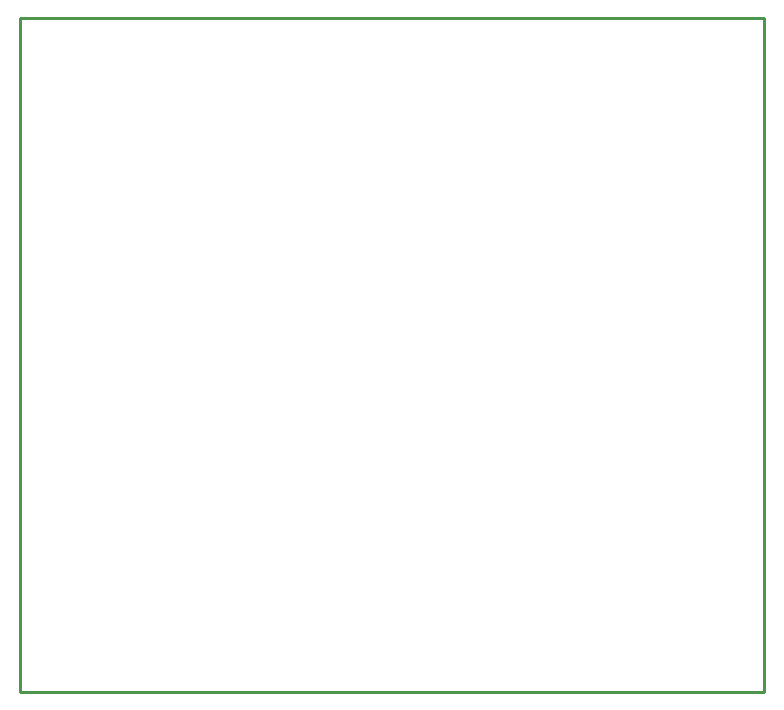
<source format=gbr>
G04 This is an RS-274x file exported by *
G04 gerbv version 2.3.0 *
G04 More information is available about gerbv at *
G04 http://gerbv.sourceforge.net/ *
G04 --End of header info--*
%MOIN*%
%FSLAX23Y23*%
%IPPOS*%
G04 --Define apertures--*
%ADD10C,0.0100*%
%ADD11R,0.0080X0.0080*%
%ADD12C,0.0060*%
G04 --Start main section--*
G01X01657Y00824D02*
G01X01644Y00832D01*
G01X02171Y01298D02*
G01X02171Y01282D01*
G01X02171Y01298D02*
G01X02185Y01306D01*
G01X02171Y01298D02*
G01X02157Y01306D01*
G01X00998Y01630D02*
G01X00998Y01614D01*
G01X00998Y01630D02*
G01X01012Y01638D01*
G01X00998Y01630D02*
G01X00985Y01638D01*
G01X00730Y01780D02*
G01X00730Y01764D01*
G01X00730Y01780D02*
G01X00744Y01788D01*
G01X00730Y01780D02*
G01X00716Y01788D01*
G01X01329Y01242D02*
G01X01329Y01226D01*
G01X01329Y01242D02*
G01X01343Y01250D01*
G01X01329Y01242D02*
G01X01315Y01250D01*
G01X01654Y01244D02*
G01X01654Y01228D01*
G01X01654Y01244D02*
G01X01668Y01252D01*
G01X01654Y01244D02*
G01X01640Y01252D01*
G01X01110Y01078D02*
G01X01110Y01062D01*
G01X01110Y01078D02*
G01X01124Y01086D01*
G01X01110Y01078D02*
G01X01096Y01086D01*
G01X01202Y01215D02*
G01X01202Y01199D01*
G01X01202Y01215D02*
G01X01216Y01223D01*
G01X01202Y01215D02*
G01X01188Y01223D01*
G01X01114Y01347D02*
G01X01114Y01331D01*
G01X01114Y01347D02*
G01X01128Y01355D01*
G01X01114Y01347D02*
G01X01100Y01355D01*
G01X01420Y01102D02*
G01X01420Y01086D01*
G01X01420Y01102D02*
G01X01434Y01110D01*
G01X01420Y01102D02*
G01X01407Y01110D01*
G01X01567Y01362D02*
G01X01567Y01346D01*
G01X01567Y01362D02*
G01X01581Y01370D01*
G01X01567Y01362D02*
G01X01553Y01370D01*
G01X01705Y01456D02*
G01X01705Y01440D01*
G01X01705Y01456D02*
G01X01719Y01464D01*
G01X01705Y01456D02*
G01X01691Y01464D01*
G01X01714Y01324D02*
G01X01714Y01308D01*
G01X01714Y01324D02*
G01X01728Y01332D01*
G01X01714Y01324D02*
G01X01700Y01332D01*
G01X01427Y00961D02*
G01X01427Y00945D01*
G01X01427Y00961D02*
G01X01441Y00969D01*
G01X01427Y00961D02*
G01X01413Y00969D01*
G01X01133Y00964D02*
G01X01133Y00948D01*
G01X01133Y00964D02*
G01X01147Y00972D01*
G01X01133Y00964D02*
G01X01119Y00972D01*
G01X01030Y01099D02*
G01X01030Y01083D01*
G01X01030Y01099D02*
G01X01044Y01107D01*
G01X01030Y01099D02*
G01X01016Y01107D01*
G01X01136Y01248D02*
G01X01136Y01232D01*
G01X01136Y01248D02*
G01X01150Y01256D01*
G01X01136Y01248D02*
G01X01122Y01256D01*
G01X01940Y01319D02*
G01X01940Y01303D01*
G01X01940Y01319D02*
G01X01954Y01327D01*
G01X01940Y01319D02*
G01X01926Y01327D01*
G01X01859Y00690D02*
G01X01859Y00674D01*
G01X01859Y00690D02*
G01X01873Y00698D01*
G01X01859Y00690D02*
G01X01846Y00698D01*
G01X00150Y03557D02*
G01X00150Y03541D01*
G01X00150Y03557D02*
G01X00164Y03565D01*
G01X00150Y03557D02*
G01X00136Y03565D01*
G01X01350Y03579D02*
G01X01350Y03572D01*
G01X01350Y03572D02*
G01X01365Y03557D01*
G01X01365Y03557D02*
G01X01380Y03572D01*
G01X01380Y03579D02*
G01X01380Y03572D01*
G01X01365Y03557D02*
G01X01365Y03519D01*
G01X01398Y03549D02*
G01X01421Y03549D01*
G01X01398Y03519D02*
G01X01428Y03519D01*
G01X01398Y03579D02*
G01X01398Y03519D01*
G01X01398Y03579D02*
G01X01428Y03579D01*
G01X01476Y03579D02*
G01X01484Y03572D01*
G01X01454Y03579D02*
G01X01476Y03579D01*
G01X01446Y03572D02*
G01X01454Y03579D01*
G01X01446Y03572D02*
G01X01446Y03557D01*
G01X01446Y03557D02*
G01X01454Y03549D01*
G01X01454Y03549D02*
G01X01476Y03549D01*
G01X01476Y03549D02*
G01X01484Y03542D01*
G01X01484Y03542D02*
G01X01484Y03527D01*
G01X01476Y03519D02*
G01X01484Y03527D01*
G01X01454Y03519D02*
G01X01476Y03519D01*
G01X01446Y03527D02*
G01X01454Y03519D01*
G01X01350Y03487D02*
G01X01502Y03487D01*
G01X00980Y03579D02*
G01X01010Y03579D01*
G01X00980Y03579D02*
G01X00980Y03549D01*
G01X00980Y03549D02*
G01X00988Y03557D01*
G01X00988Y03557D02*
G01X01003Y03557D01*
G01X01003Y03557D02*
G01X01010Y03549D01*
G01X01010Y03549D02*
G01X01010Y03527D01*
G01X01003Y03519D02*
G01X01010Y03527D01*
G01X00988Y03519D02*
G01X01003Y03519D01*
G01X00980Y03527D02*
G01X00988Y03519D01*
G01X01028Y03519D02*
G01X01066Y03557D01*
G01X01066Y03579D02*
G01X01066Y03557D01*
G01X01028Y03579D02*
G01X01066Y03579D01*
G01X00980Y03487D02*
G01X01084Y03487D01*
G01X00450Y03527D02*
G01X00458Y03519D01*
G01X00450Y03572D02*
G01X00450Y03527D01*
G01X00450Y03572D02*
G01X00458Y03579D01*
G01X00458Y03579D02*
G01X00473Y03579D01*
G01X00473Y03579D02*
G01X00480Y03572D01*
G01X00480Y03572D02*
G01X00480Y03527D01*
G01X00473Y03519D02*
G01X00480Y03527D01*
G01X00458Y03519D02*
G01X00473Y03519D01*
G01X00450Y03534D02*
G01X00480Y03564D01*
G01X00498Y03519D02*
G01X00506Y03519D01*
G01X00524Y03527D02*
G01X00531Y03519D01*
G01X00524Y03572D02*
G01X00524Y03527D01*
G01X00524Y03572D02*
G01X00531Y03579D01*
G01X00531Y03579D02*
G01X00546Y03579D01*
G01X00546Y03579D02*
G01X00554Y03572D01*
G01X00554Y03572D02*
G01X00554Y03527D01*
G01X00546Y03519D02*
G01X00554Y03527D01*
G01X00531Y03519D02*
G01X00546Y03519D01*
G01X00524Y03534D02*
G01X00554Y03564D01*
G01X00572Y03572D02*
G01X00579Y03579D01*
G01X00579Y03579D02*
G01X00602Y03579D01*
G01X00602Y03579D02*
G01X00609Y03572D01*
G01X00609Y03572D02*
G01X00609Y03557D01*
G01X00572Y03519D02*
G01X00609Y03557D01*
G01X00572Y03519D02*
G01X00609Y03519D01*
G01X00627Y03527D02*
G01X00635Y03519D01*
G01X00627Y03572D02*
G01X00627Y03527D01*
G01X00627Y03572D02*
G01X00635Y03579D01*
G01X00635Y03579D02*
G01X00650Y03579D01*
G01X00650Y03579D02*
G01X00657Y03572D01*
G01X00657Y03572D02*
G01X00657Y03527D01*
G01X00650Y03519D02*
G01X00657Y03527D01*
G01X00635Y03519D02*
G01X00650Y03519D01*
G01X00627Y03534D02*
G01X00657Y03564D01*
G01X00450Y03487D02*
G01X00675Y03487D01*
G01X00030Y03729D02*
G01X00038Y03722D01*
G01X00008Y03729D02*
G01X00030Y03729D01*
G01X00000Y03722D02*
G01X00008Y03729D01*
G01X00000Y03722D02*
G01X00000Y03707D01*
G01X00000Y03707D02*
G01X00008Y03699D01*
G01X00008Y03699D02*
G01X00030Y03699D01*
G01X00030Y03699D02*
G01X00038Y03692D01*
G01X00038Y03692D02*
G01X00038Y03677D01*
G01X00030Y03669D02*
G01X00038Y03677D01*
G01X00008Y03669D02*
G01X00030Y03669D01*
G01X00000Y03677D02*
G01X00008Y03669D01*
G01X00056Y03699D02*
G01X00056Y03677D01*
G01X00056Y03677D02*
G01X00063Y03669D01*
G01X00086Y03699D02*
G01X00086Y03654D01*
G01X00078Y03647D02*
G01X00086Y03654D01*
G01X00063Y03647D02*
G01X00078Y03647D01*
G01X00056Y03654D02*
G01X00063Y03647D01*
G01X00063Y03669D02*
G01X00078Y03669D01*
G01X00078Y03669D02*
G01X00086Y03677D01*
G01X00111Y03692D02*
G01X00111Y03669D01*
G01X00111Y03692D02*
G01X00119Y03699D01*
G01X00119Y03699D02*
G01X00126Y03699D01*
G01X00126Y03699D02*
G01X00134Y03692D01*
G01X00134Y03692D02*
G01X00134Y03669D01*
G01X00134Y03692D02*
G01X00141Y03699D01*
G01X00141Y03699D02*
G01X00149Y03699D01*
G01X00149Y03699D02*
G01X00156Y03692D01*
G01X00156Y03692D02*
G01X00156Y03669D01*
G01X00104Y03699D02*
G01X00111Y03692D01*
G01X00174Y03729D02*
G01X00174Y03669D01*
G01X00174Y03677D02*
G01X00182Y03669D01*
G01X00182Y03669D02*
G01X00197Y03669D01*
G01X00197Y03669D02*
G01X00204Y03677D01*
G01X00204Y03692D02*
G01X00204Y03677D01*
G01X00197Y03699D02*
G01X00204Y03692D01*
G01X00182Y03699D02*
G01X00197Y03699D01*
G01X00174Y03692D02*
G01X00182Y03699D01*
G01X00222Y03692D02*
G01X00222Y03677D01*
G01X00222Y03692D02*
G01X00230Y03699D01*
G01X00230Y03699D02*
G01X00245Y03699D01*
G01X00245Y03699D02*
G01X00252Y03692D01*
G01X00252Y03692D02*
G01X00252Y03677D01*
G01X00245Y03669D02*
G01X00252Y03677D01*
G01X00230Y03669D02*
G01X00245Y03669D01*
G01X00222Y03677D02*
G01X00230Y03669D01*
G01X00270Y03729D02*
G01X00270Y03677D01*
G01X00270Y03677D02*
G01X00278Y03669D01*
G01X00418Y03729D02*
G01X00418Y03669D01*
G01X00440Y03729D02*
G01X00448Y03722D01*
G01X00448Y03722D02*
G01X00448Y03677D01*
G01X00440Y03669D02*
G01X00448Y03677D01*
G01X00410Y03669D02*
G01X00440Y03669D01*
G01X00410Y03729D02*
G01X00440Y03729D01*
G01X00466Y03714D02*
G01X00466Y03707D01*
G01X00466Y03692D02*
G01X00466Y03669D01*
G01X00503Y03699D02*
G01X00511Y03692D01*
G01X00488Y03699D02*
G01X00503Y03699D01*
G01X00481Y03692D02*
G01X00488Y03699D01*
G01X00481Y03692D02*
G01X00481Y03677D01*
G01X00481Y03677D02*
G01X00488Y03669D01*
G01X00511Y03699D02*
G01X00511Y03677D01*
G01X00511Y03677D02*
G01X00518Y03669D01*
G01X00488Y03669D02*
G01X00503Y03669D01*
G01X00503Y03669D02*
G01X00511Y03677D01*
G01X00544Y03692D02*
G01X00544Y03669D01*
G01X00544Y03692D02*
G01X00551Y03699D01*
G01X00551Y03699D02*
G01X00559Y03699D01*
G01X00559Y03699D02*
G01X00566Y03692D01*
G01X00566Y03692D02*
G01X00566Y03669D01*
G01X00566Y03692D02*
G01X00574Y03699D01*
G01X00574Y03699D02*
G01X00581Y03699D01*
G01X00581Y03699D02*
G01X00589Y03692D01*
G01X00589Y03692D02*
G01X00589Y03669D01*
G01X00536Y03699D02*
G01X00544Y03692D01*
G01X00607Y03669D02*
G01X00614Y03669D01*
G01X00659Y03677D02*
G01X00667Y03669D01*
G01X00659Y03722D02*
G01X00667Y03729D01*
G01X00659Y03722D02*
G01X00659Y03677D01*
G01X00685Y03729D02*
G01X00700Y03729D01*
G01X00692Y03729D02*
G01X00692Y03669D01*
G01X00685Y03669D02*
G01X00700Y03669D01*
G01X00725Y03692D02*
G01X00725Y03669D01*
G01X00725Y03692D02*
G01X00733Y03699D01*
G01X00733Y03699D02*
G01X00740Y03699D01*
G01X00740Y03699D02*
G01X00748Y03692D01*
G01X00748Y03692D02*
G01X00748Y03669D01*
G01X00718Y03699D02*
G01X00725Y03692D01*
G01X00773Y03699D02*
G01X00796Y03699D01*
G01X00766Y03692D02*
G01X00773Y03699D01*
G01X00766Y03692D02*
G01X00766Y03677D01*
G01X00766Y03677D02*
G01X00773Y03669D01*
G01X00773Y03669D02*
G01X00796Y03669D01*
G01X00814Y03729D02*
G01X00814Y03669D01*
G01X00814Y03692D02*
G01X00821Y03699D01*
G01X00821Y03699D02*
G01X00836Y03699D01*
G01X00836Y03699D02*
G01X00844Y03692D01*
G01X00844Y03692D02*
G01X00844Y03669D01*
G01X00862Y03729D02*
G01X00869Y03722D01*
G01X00869Y03722D02*
G01X00869Y03677D01*
G01X00862Y03669D02*
G01X00869Y03677D01*
G01X00958Y03669D02*
G01X00980Y03669D01*
G01X00950Y03677D02*
G01X00958Y03669D01*
G01X00950Y03722D02*
G01X00950Y03677D01*
G01X00950Y03722D02*
G01X00958Y03729D01*
G01X00958Y03729D02*
G01X00980Y03729D01*
G01X00998Y03692D02*
G01X00998Y03677D01*
G01X00998Y03692D02*
G01X01006Y03699D01*
G01X01006Y03699D02*
G01X01021Y03699D01*
G01X01021Y03699D02*
G01X01028Y03692D01*
G01X01028Y03692D02*
G01X01028Y03677D01*
G01X01021Y03669D02*
G01X01028Y03677D01*
G01X01006Y03669D02*
G01X01021Y03669D01*
G01X00998Y03677D02*
G01X01006Y03669D01*
G01X01046Y03699D02*
G01X01046Y03677D01*
G01X01046Y03677D02*
G01X01054Y03669D01*
G01X01054Y03669D02*
G01X01069Y03669D01*
G01X01069Y03669D02*
G01X01076Y03677D01*
G01X01076Y03699D02*
G01X01076Y03677D01*
G01X01102Y03692D02*
G01X01102Y03669D01*
G01X01102Y03692D02*
G01X01109Y03699D01*
G01X01109Y03699D02*
G01X01117Y03699D01*
G01X01117Y03699D02*
G01X01124Y03692D01*
G01X01124Y03692D02*
G01X01124Y03669D01*
G01X01094Y03699D02*
G01X01102Y03692D01*
G01X01150Y03729D02*
G01X01150Y03677D01*
G01X01150Y03677D02*
G01X01157Y03669D01*
G01X01142Y03707D02*
G01X01157Y03707D01*
G01X01308Y03729D02*
G01X01308Y03669D01*
G01X01300Y03729D02*
G01X01330Y03729D01*
G01X01330Y03729D02*
G01X01338Y03722D01*
G01X01338Y03722D02*
G01X01338Y03707D01*
G01X01330Y03699D02*
G01X01338Y03707D01*
G01X01308Y03699D02*
G01X01330Y03699D01*
G01X01356Y03729D02*
G01X01356Y03677D01*
G01X01356Y03677D02*
G01X01363Y03669D01*
G01X01401Y03699D02*
G01X01408Y03692D01*
G01X01386Y03699D02*
G01X01401Y03699D01*
G01X01378Y03692D02*
G01X01386Y03699D01*
G01X01378Y03692D02*
G01X01378Y03677D01*
G01X01378Y03677D02*
G01X01386Y03669D01*
G01X01408Y03699D02*
G01X01408Y03677D01*
G01X01408Y03677D02*
G01X01416Y03669D01*
G01X01386Y03669D02*
G01X01401Y03669D01*
G01X01401Y03669D02*
G01X01408Y03677D01*
G01X01441Y03729D02*
G01X01441Y03677D01*
G01X01441Y03677D02*
G01X01449Y03669D01*
G01X01434Y03707D02*
G01X01449Y03707D01*
G01X01471Y03669D02*
G01X01494Y03669D01*
G01X01464Y03677D02*
G01X01471Y03669D01*
G01X01464Y03692D02*
G01X01464Y03677D01*
G01X01464Y03692D02*
G01X01471Y03699D01*
G01X01471Y03699D02*
G01X01486Y03699D01*
G01X01486Y03699D02*
G01X01494Y03692D01*
G01X01464Y03684D02*
G01X01494Y03684D01*
G01X01494Y03692D02*
G01X01494Y03684D01*
G01X01542Y03729D02*
G01X01542Y03669D01*
G01X01534Y03669D02*
G01X01542Y03677D01*
G01X01519Y03669D02*
G01X01534Y03669D01*
G01X01512Y03677D02*
G01X01519Y03669D01*
G01X01512Y03692D02*
G01X01512Y03677D01*
G01X01512Y03692D02*
G01X01519Y03699D01*
G01X01519Y03699D02*
G01X01534Y03699D01*
G01X01534Y03699D02*
G01X01542Y03692D01*
G01X01575Y03699D02*
G01X01575Y03692D01*
G01X01575Y03677D02*
G01X01575Y03669D01*
G01X01560Y03722D02*
G01X01560Y03714D01*
G01X01560Y03722D02*
G01X01567Y03729D01*
G01X01567Y03729D02*
G01X01582Y03729D01*
G01X01582Y03729D02*
G01X01590Y03722D01*
G01X01590Y03722D02*
G01X01590Y03714D01*
G01X01575Y03699D02*
G01X01590Y03714D01*
G01X00000Y03879D02*
G01X00030Y03879D01*
G01X00015Y03879D02*
G01X00015Y03819D01*
G01X00048Y03879D02*
G01X00048Y03819D01*
G01X00048Y03842D02*
G01X00056Y03849D01*
G01X00056Y03849D02*
G01X00071Y03849D01*
G01X00071Y03849D02*
G01X00078Y03842D01*
G01X00078Y03842D02*
G01X00078Y03819D01*
G01X00104Y03819D02*
G01X00126Y03819D01*
G01X00096Y03827D02*
G01X00104Y03819D01*
G01X00096Y03842D02*
G01X00096Y03827D01*
G01X00096Y03842D02*
G01X00104Y03849D01*
G01X00104Y03849D02*
G01X00119Y03849D01*
G01X00119Y03849D02*
G01X00126Y03842D01*
G01X00096Y03834D02*
G01X00126Y03834D01*
G01X00126Y03842D02*
G01X00126Y03834D01*
G01X00152Y03842D02*
G01X00152Y03819D01*
G01X00152Y03842D02*
G01X00159Y03849D01*
G01X00159Y03849D02*
G01X00174Y03849D01*
G01X00144Y03849D02*
G01X00152Y03842D01*
G01X00200Y03819D02*
G01X00222Y03819D01*
G01X00192Y03827D02*
G01X00200Y03819D01*
G01X00192Y03842D02*
G01X00192Y03827D01*
G01X00192Y03842D02*
G01X00200Y03849D01*
G01X00200Y03849D02*
G01X00215Y03849D01*
G01X00215Y03849D02*
G01X00222Y03842D01*
G01X00192Y03834D02*
G01X00222Y03834D01*
G01X00222Y03842D02*
G01X00222Y03834D01*
G01X00290Y03849D02*
G01X00297Y03842D01*
G01X00275Y03849D02*
G01X00290Y03849D01*
G01X00267Y03842D02*
G01X00275Y03849D01*
G01X00267Y03842D02*
G01X00267Y03827D01*
G01X00267Y03827D02*
G01X00275Y03819D01*
G01X00297Y03849D02*
G01X00297Y03827D01*
G01X00297Y03827D02*
G01X00305Y03819D01*
G01X00275Y03819D02*
G01X00290Y03819D01*
G01X00290Y03819D02*
G01X00297Y03827D01*
G01X00330Y03842D02*
G01X00330Y03819D01*
G01X00330Y03842D02*
G01X00338Y03849D01*
G01X00338Y03849D02*
G01X00353Y03849D01*
G01X00323Y03849D02*
G01X00330Y03842D01*
G01X00378Y03819D02*
G01X00401Y03819D01*
G01X00371Y03827D02*
G01X00378Y03819D01*
G01X00371Y03842D02*
G01X00371Y03827D01*
G01X00371Y03842D02*
G01X00378Y03849D01*
G01X00378Y03849D02*
G01X00393Y03849D01*
G01X00393Y03849D02*
G01X00401Y03842D01*
G01X00371Y03834D02*
G01X00401Y03834D01*
G01X00401Y03842D02*
G01X00401Y03834D01*
G01X00446Y03819D02*
G01X00476Y03849D01*
G01X00476Y03872D02*
G01X00476Y03849D01*
G01X00468Y03879D02*
G01X00476Y03872D01*
G01X00453Y03879D02*
G01X00468Y03879D01*
G01X00446Y03872D02*
G01X00453Y03879D01*
G01X00446Y03872D02*
G01X00446Y03857D01*
G01X00446Y03857D02*
G01X00453Y03849D01*
G01X00453Y03849D02*
G01X00476Y03849D01*
G01X00551Y03879D02*
G01X00551Y03819D01*
G01X00543Y03819D02*
G01X00551Y03827D01*
G01X00528Y03819D02*
G01X00543Y03819D01*
G01X00521Y03827D02*
G01X00528Y03819D01*
G01X00521Y03842D02*
G01X00521Y03827D01*
G01X00521Y03842D02*
G01X00528Y03849D01*
G01X00528Y03849D02*
G01X00543Y03849D01*
G01X00543Y03849D02*
G01X00551Y03842D01*
G01X00569Y03864D02*
G01X00569Y03857D01*
G01X00569Y03842D02*
G01X00569Y03819D01*
G01X00591Y03872D02*
G01X00591Y03819D01*
G01X00591Y03872D02*
G01X00599Y03879D01*
G01X00599Y03879D02*
G01X00606Y03879D01*
G01X00584Y03849D02*
G01X00599Y03849D01*
G01X00629Y03872D02*
G01X00629Y03819D01*
G01X00629Y03872D02*
G01X00636Y03879D01*
G01X00636Y03879D02*
G01X00644Y03879D01*
G01X00621Y03849D02*
G01X00636Y03849D01*
G01X00666Y03819D02*
G01X00689Y03819D01*
G01X00659Y03827D02*
G01X00666Y03819D01*
G01X00659Y03842D02*
G01X00659Y03827D01*
G01X00659Y03842D02*
G01X00666Y03849D01*
G01X00666Y03849D02*
G01X00681Y03849D01*
G01X00681Y03849D02*
G01X00689Y03842D01*
G01X00659Y03834D02*
G01X00689Y03834D01*
G01X00689Y03842D02*
G01X00689Y03834D01*
G01X00714Y03842D02*
G01X00714Y03819D01*
G01X00714Y03842D02*
G01X00722Y03849D01*
G01X00722Y03849D02*
G01X00737Y03849D01*
G01X00707Y03849D02*
G01X00714Y03842D01*
G01X00762Y03819D02*
G01X00785Y03819D01*
G01X00755Y03827D02*
G01X00762Y03819D01*
G01X00755Y03842D02*
G01X00755Y03827D01*
G01X00755Y03842D02*
G01X00762Y03849D01*
G01X00762Y03849D02*
G01X00777Y03849D01*
G01X00777Y03849D02*
G01X00785Y03842D01*
G01X00755Y03834D02*
G01X00785Y03834D01*
G01X00785Y03842D02*
G01X00785Y03834D01*
G01X00810Y03842D02*
G01X00810Y03819D01*
G01X00810Y03842D02*
G01X00818Y03849D01*
G01X00818Y03849D02*
G01X00825Y03849D01*
G01X00825Y03849D02*
G01X00833Y03842D01*
G01X00833Y03842D02*
G01X00833Y03819D01*
G01X00803Y03849D02*
G01X00810Y03842D01*
G01X00858Y03879D02*
G01X00858Y03827D01*
G01X00858Y03827D02*
G01X00866Y03819D01*
G01X00851Y03857D02*
G01X00866Y03857D01*
G01X00938Y03879D02*
G01X00938Y03819D01*
G01X00930Y03819D02*
G01X00938Y03827D01*
G01X00915Y03819D02*
G01X00930Y03819D01*
G01X00908Y03827D02*
G01X00915Y03819D01*
G01X00908Y03842D02*
G01X00908Y03827D01*
G01X00908Y03842D02*
G01X00915Y03849D01*
G01X00915Y03849D02*
G01X00930Y03849D01*
G01X00930Y03849D02*
G01X00938Y03842D01*
G01X00963Y03842D02*
G01X00963Y03819D01*
G01X00963Y03842D02*
G01X00971Y03849D01*
G01X00971Y03849D02*
G01X00986Y03849D01*
G01X00956Y03849D02*
G01X00963Y03842D01*
G01X01004Y03864D02*
G01X01004Y03857D01*
G01X01004Y03842D02*
G01X01004Y03819D01*
G01X01019Y03879D02*
G01X01019Y03827D01*
G01X01019Y03827D02*
G01X01026Y03819D01*
G01X01041Y03879D02*
G01X01041Y03827D01*
G01X01041Y03827D02*
G01X01049Y03819D01*
G01X01098Y03819D02*
G01X01121Y03819D01*
G01X01121Y03819D02*
G01X01128Y03827D01*
G01X01121Y03834D02*
G01X01128Y03827D01*
G01X01098Y03834D02*
G01X01121Y03834D01*
G01X01091Y03842D02*
G01X01098Y03834D01*
G01X01091Y03842D02*
G01X01098Y03849D01*
G01X01098Y03849D02*
G01X01121Y03849D01*
G01X01121Y03849D02*
G01X01128Y03842D01*
G01X01091Y03827D02*
G01X01098Y03819D01*
G01X01146Y03864D02*
G01X01146Y03857D01*
G01X01146Y03842D02*
G01X01146Y03819D01*
G01X01161Y03849D02*
G01X01191Y03849D01*
G01X01161Y03819D02*
G01X01191Y03849D01*
G01X01161Y03819D02*
G01X01191Y03819D01*
G01X01217Y03819D02*
G01X01239Y03819D01*
G01X01209Y03827D02*
G01X01217Y03819D01*
G01X01209Y03842D02*
G01X01209Y03827D01*
G01X01209Y03842D02*
G01X01217Y03849D01*
G01X01217Y03849D02*
G01X01232Y03849D01*
G01X01232Y03849D02*
G01X01239Y03842D01*
G01X01209Y03834D02*
G01X01239Y03834D01*
G01X01239Y03842D02*
G01X01239Y03834D01*
G01X01265Y03819D02*
G01X01287Y03819D01*
G01X01287Y03819D02*
G01X01295Y03827D01*
G01X01287Y03834D02*
G01X01295Y03827D01*
G01X01265Y03834D02*
G01X01287Y03834D01*
G01X01257Y03842D02*
G01X01265Y03834D01*
G01X01257Y03842D02*
G01X01265Y03849D01*
G01X01265Y03849D02*
G01X01287Y03849D01*
G01X01287Y03849D02*
G01X01295Y03842D01*
G01X01257Y03827D02*
G01X01265Y03819D01*
G01X01340Y03849D02*
G01X01340Y03827D01*
G01X01340Y03827D02*
G01X01347Y03819D01*
G01X01347Y03819D02*
G01X01362Y03819D01*
G01X01362Y03819D02*
G01X01370Y03827D01*
G01X01370Y03849D02*
G01X01370Y03827D01*
G01X01395Y03819D02*
G01X01418Y03819D01*
G01X01418Y03819D02*
G01X01425Y03827D01*
G01X01418Y03834D02*
G01X01425Y03827D01*
G01X01395Y03834D02*
G01X01418Y03834D01*
G01X01388Y03842D02*
G01X01395Y03834D01*
G01X01388Y03842D02*
G01X01395Y03849D01*
G01X01395Y03849D02*
G01X01418Y03849D01*
G01X01418Y03849D02*
G01X01425Y03842D01*
G01X01388Y03827D02*
G01X01395Y03819D01*
G01X01451Y03819D02*
G01X01473Y03819D01*
G01X01443Y03827D02*
G01X01451Y03819D01*
G01X01443Y03842D02*
G01X01443Y03827D01*
G01X01443Y03842D02*
G01X01451Y03849D01*
G01X01451Y03849D02*
G01X01466Y03849D01*
G01X01466Y03849D02*
G01X01473Y03842D01*
G01X01443Y03834D02*
G01X01473Y03834D01*
G01X01473Y03842D02*
G01X01473Y03834D01*
G01X01521Y03879D02*
G01X01521Y03819D01*
G01X01514Y03819D02*
G01X01521Y03827D01*
G01X01499Y03819D02*
G01X01514Y03819D01*
G01X01491Y03827D02*
G01X01499Y03819D01*
G01X01491Y03842D02*
G01X01491Y03827D01*
G01X01491Y03842D02*
G01X01499Y03849D01*
G01X01499Y03849D02*
G01X01514Y03849D01*
G01X01514Y03849D02*
G01X01521Y03842D01*
G01X01566Y03864D02*
G01X01566Y03857D01*
G01X01566Y03842D02*
G01X01566Y03819D01*
G01X01589Y03842D02*
G01X01589Y03819D01*
G01X01589Y03842D02*
G01X01596Y03849D01*
G01X01596Y03849D02*
G01X01604Y03849D01*
G01X01604Y03849D02*
G01X01611Y03842D01*
G01X01611Y03842D02*
G01X01611Y03819D01*
G01X01581Y03849D02*
G01X01589Y03842D01*
G01X01664Y03879D02*
G01X01664Y03827D01*
G01X01664Y03827D02*
G01X01672Y03819D01*
G01X01657Y03857D02*
G01X01672Y03857D01*
G01X01687Y03879D02*
G01X01687Y03819D01*
G01X01687Y03842D02*
G01X01694Y03849D01*
G01X01694Y03849D02*
G01X01709Y03849D01*
G01X01709Y03849D02*
G01X01717Y03842D01*
G01X01717Y03842D02*
G01X01717Y03819D01*
G01X01735Y03864D02*
G01X01735Y03857D01*
G01X01735Y03842D02*
G01X01735Y03819D01*
G01X01757Y03819D02*
G01X01780Y03819D01*
G01X01780Y03819D02*
G01X01787Y03827D01*
G01X01780Y03834D02*
G01X01787Y03827D01*
G01X01757Y03834D02*
G01X01780Y03834D01*
G01X01750Y03842D02*
G01X01757Y03834D01*
G01X01750Y03842D02*
G01X01757Y03849D01*
G01X01757Y03849D02*
G01X01780Y03849D01*
G01X01780Y03849D02*
G01X01787Y03842D01*
G01X01750Y03827D02*
G01X01757Y03819D01*
G01X01832Y03879D02*
G01X01832Y03827D01*
G01X01832Y03827D02*
G01X01840Y03819D01*
G01X01877Y03849D02*
G01X01885Y03842D01*
G01X01862Y03849D02*
G01X01877Y03849D01*
G01X01855Y03842D02*
G01X01862Y03849D01*
G01X01855Y03842D02*
G01X01855Y03827D01*
G01X01855Y03827D02*
G01X01862Y03819D01*
G01X01885Y03849D02*
G01X01885Y03827D01*
G01X01885Y03827D02*
G01X01892Y03819D01*
G01X01862Y03819D02*
G01X01877Y03819D01*
G01X01877Y03819D02*
G01X01885Y03827D01*
G01X01910Y03849D02*
G01X01910Y03827D01*
G01X01910Y03827D02*
G01X01918Y03819D01*
G01X01940Y03849D02*
G01X01940Y03804D01*
G01X01933Y03797D02*
G01X01940Y03804D01*
G01X01918Y03797D02*
G01X01933Y03797D01*
G01X01910Y03804D02*
G01X01918Y03797D01*
G01X01918Y03819D02*
G01X01933Y03819D01*
G01X01933Y03819D02*
G01X01940Y03827D01*
G01X01958Y03842D02*
G01X01958Y03827D01*
G01X01958Y03842D02*
G01X01966Y03849D01*
G01X01966Y03849D02*
G01X01981Y03849D01*
G01X01981Y03849D02*
G01X01988Y03842D01*
G01X01988Y03842D02*
G01X01988Y03827D01*
G01X01981Y03819D02*
G01X01988Y03827D01*
G01X01966Y03819D02*
G01X01981Y03819D01*
G01X01958Y03827D02*
G01X01966Y03819D01*
G01X02006Y03849D02*
G01X02006Y03827D01*
G01X02006Y03827D02*
G01X02014Y03819D01*
G01X02014Y03819D02*
G01X02029Y03819D01*
G01X02029Y03819D02*
G01X02036Y03827D01*
G01X02036Y03849D02*
G01X02036Y03827D01*
G01X02062Y03879D02*
G01X02062Y03827D01*
G01X02062Y03827D02*
G01X02069Y03819D01*
G01X02054Y03857D02*
G01X02069Y03857D01*
G01X02084Y03804D02*
G01X02099Y03819D01*
G01X02152Y03819D02*
G01X02167Y03819D01*
G01X02159Y03879D02*
G01X02159Y03819D01*
G01X02144Y03864D02*
G01X02159Y03879D01*
G01X02185Y03827D02*
G01X02192Y03819D01*
G01X02185Y03872D02*
G01X02185Y03827D01*
G01X02185Y03872D02*
G01X02192Y03879D01*
G01X02192Y03879D02*
G01X02207Y03879D01*
G01X02207Y03879D02*
G01X02215Y03872D01*
G01X02215Y03872D02*
G01X02215Y03827D01*
G01X02207Y03819D02*
G01X02215Y03827D01*
G01X02192Y03819D02*
G01X02207Y03819D01*
G01X02185Y03834D02*
G01X02215Y03864D01*
G01X02255Y03879D02*
G01X02263Y03872D01*
G01X02240Y03879D02*
G01X02255Y03879D01*
G01X02233Y03872D02*
G01X02240Y03879D01*
G01X02233Y03872D02*
G01X02233Y03827D01*
G01X02233Y03827D02*
G01X02240Y03819D01*
G01X02255Y03849D02*
G01X02263Y03842D01*
G01X02233Y03849D02*
G01X02255Y03849D01*
G01X02240Y03819D02*
G01X02255Y03819D01*
G01X02255Y03819D02*
G01X02263Y03827D01*
G01X02263Y03842D02*
G01X02263Y03827D01*
G01X02308Y03879D02*
G01X02308Y03819D01*
G01X02308Y03842D02*
G01X02315Y03849D01*
G01X02315Y03849D02*
G01X02330Y03849D01*
G01X02330Y03849D02*
G01X02338Y03842D01*
G01X02338Y03842D02*
G01X02338Y03819D01*
G01X02356Y03842D02*
G01X02356Y03827D01*
G01X02356Y03842D02*
G01X02363Y03849D01*
G01X02363Y03849D02*
G01X02378Y03849D01*
G01X02378Y03849D02*
G01X02386Y03842D01*
G01X02386Y03842D02*
G01X02386Y03827D01*
G01X02378Y03819D02*
G01X02386Y03827D01*
G01X02363Y03819D02*
G01X02378Y03819D01*
G01X02356Y03827D02*
G01X02363Y03819D01*
G01X02404Y03879D02*
G01X02404Y03827D01*
G01X02404Y03827D02*
G01X02411Y03819D01*
G01X02434Y03819D02*
G01X02456Y03819D01*
G01X02426Y03827D02*
G01X02434Y03819D01*
G01X02426Y03842D02*
G01X02426Y03827D01*
G01X02426Y03842D02*
G01X02434Y03849D01*
G01X02434Y03849D02*
G01X02449Y03849D01*
G01X02449Y03849D02*
G01X02456Y03842D01*
G01X02426Y03834D02*
G01X02456Y03834D01*
G01X02456Y03842D02*
G01X02456Y03834D01*
G01X02482Y03819D02*
G01X02504Y03819D01*
G01X02504Y03819D02*
G01X02512Y03827D01*
G01X02504Y03834D02*
G01X02512Y03827D01*
G01X02482Y03834D02*
G01X02504Y03834D01*
G01X02474Y03842D02*
G01X02482Y03834D01*
G01X02474Y03842D02*
G01X02482Y03849D01*
G01X02482Y03849D02*
G01X02504Y03849D01*
G01X02504Y03849D02*
G01X02512Y03842D01*
G01X02474Y03827D02*
G01X02482Y03819D01*
G01X02564Y03879D02*
G01X02564Y03827D01*
G01X02564Y03827D02*
G01X02572Y03819D01*
G01X02557Y03857D02*
G01X02572Y03857D01*
G01X02587Y03842D02*
G01X02587Y03827D01*
G01X02587Y03842D02*
G01X02594Y03849D01*
G01X02594Y03849D02*
G01X02609Y03849D01*
G01X02609Y03849D02*
G01X02617Y03842D01*
G01X02617Y03842D02*
G01X02617Y03827D01*
G01X02609Y03819D02*
G01X02617Y03827D01*
G01X02594Y03819D02*
G01X02609Y03819D01*
G01X02587Y03827D02*
G01X02594Y03819D01*
G01X02642Y03879D02*
G01X02642Y03827D01*
G01X02642Y03827D02*
G01X02650Y03819D01*
G01X02635Y03857D02*
G01X02650Y03857D01*
G01X02687Y03849D02*
G01X02695Y03842D01*
G01X02672Y03849D02*
G01X02687Y03849D01*
G01X02665Y03842D02*
G01X02672Y03849D01*
G01X02665Y03842D02*
G01X02665Y03827D01*
G01X02665Y03827D02*
G01X02672Y03819D01*
G01X02695Y03849D02*
G01X02695Y03827D01*
G01X02695Y03827D02*
G01X02702Y03819D01*
G01X02672Y03819D02*
G01X02687Y03819D01*
G01X02687Y03819D02*
G01X02695Y03827D01*
G01X02720Y03879D02*
G01X02720Y03827D01*
G01X02720Y03827D02*
G01X02728Y03819D01*
G54D10*
G01X00000Y02244D02*
G01X02480Y02244D01*
G01X00000Y02244D02*
G01X00000Y00000D01*
G01X02480Y02244D02*
G01X02480Y00000D01*
G01X00000Y00000D02*
G01X02480Y00000D01*
M02*

</source>
